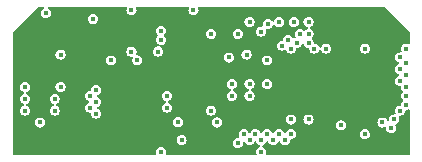
<source format=gbr>
%TF.GenerationSoftware,KiCad,Pcbnew,7.0.8*%
%TF.CreationDate,2023-11-11T12:19:38+10:00*%
%TF.ProjectId,ControllerBoard,436f6e74-726f-46c6-9c65-72426f617264,rev?*%
%TF.SameCoordinates,Original*%
%TF.FileFunction,Copper,L3,Inr*%
%TF.FilePolarity,Positive*%
%FSLAX46Y46*%
G04 Gerber Fmt 4.6, Leading zero omitted, Abs format (unit mm)*
G04 Created by KiCad (PCBNEW 7.0.8) date 2023-11-11 12:19:38*
%MOMM*%
%LPD*%
G01*
G04 APERTURE LIST*
%TA.AperFunction,ViaPad*%
%ADD10C,0.450000*%
%TD*%
G04 APERTURE END LIST*
D10*
%TO.N,VCC*%
X1250000Y-6000000D03*
X2500000Y-3000000D03*
X1250000Y-4000000D03*
X15925000Y-8750000D03*
X15250000Y-2750000D03*
X1250000Y-5000000D03*
X25750000Y-9250000D03*
X7000000Y-2775000D03*
%TO.N,GND*%
X12750000Y-12500000D03*
X13250000Y-7750000D03*
X22750000Y-1500000D03*
X30000000Y-11000000D03*
X30000000Y-3750000D03*
X1250000Y-9000000D03*
X19250000Y-11750000D03*
X1250000Y-8000000D03*
X24000000Y-1500000D03*
X21250000Y-12500000D03*
X4250000Y-4250000D03*
X20250000Y-7750000D03*
X20250000Y-1500000D03*
X12500000Y-4000000D03*
X17000000Y-2500000D03*
X8500000Y-4750000D03*
X2500000Y-10000000D03*
X25250000Y-2500000D03*
X3750000Y-8000000D03*
X25250000Y-3250000D03*
X7000000Y-1225000D03*
X32250000Y-10500000D03*
X14500000Y-11500000D03*
X14197000Y-9988548D03*
X33500000Y-3750000D03*
X20250000Y-6750000D03*
X3750000Y-9000000D03*
X10250000Y-4000000D03*
X1250000Y-7000000D03*
X13250000Y-8750000D03*
X26750000Y-3750000D03*
X25750000Y-3750000D03*
X18750000Y-7750000D03*
X23750000Y-11000000D03*
X21800000Y-1650000D03*
X18750000Y-6750000D03*
X3000000Y-750000D03*
X25250000Y-9750000D03*
X10250000Y-500000D03*
X21750000Y-4750000D03*
X20000000Y-4250000D03*
X21750000Y-6750000D03*
X25250000Y-1500000D03*
X17000000Y-9000000D03*
X17500000Y-10000000D03*
X15500000Y-500000D03*
X18500000Y-4500000D03*
%TO.N,/Microcontroller/DEC3*%
X19250000Y-2500000D03*
%TO.N,/Connectors/ROW0*%
X24500000Y-2500000D03*
%TO.N,/Connectors/COL9*%
X32500000Y-9750000D03*
%TO.N,/Connectors/ROW1*%
X24250000Y-3250000D03*
%TO.N,/Connectors/COL10*%
X31500000Y-10000000D03*
%TO.N,/Accelerometer/SDA*%
X12750000Y-2250000D03*
%TO.N,/Accelerometer/SCL*%
X12750000Y-3000000D03*
%TO.N,/Connectors/ROW2*%
X19750000Y-11000000D03*
%TO.N,/Connectors/COL0*%
X33000000Y-4500000D03*
%TO.N,/Connectors/ROW3*%
X20250000Y-11500000D03*
%TO.N,/Connectors/COL1*%
X33500000Y-5000000D03*
%TO.N,/Connectors/ROW4*%
X20750000Y-11000000D03*
%TO.N,/Connectors/COL2*%
X33000000Y-5500000D03*
%TO.N,/Connectors/ROW5*%
X21250000Y-11500000D03*
%TO.N,/Connectors/COL3*%
X33500000Y-6000000D03*
%TO.N,/Connectors/ROW6*%
X21750000Y-11000000D03*
%TO.N,/Connectors/COL4*%
X33000000Y-6500000D03*
%TO.N,/Connectors/ROW7*%
X22250000Y-11500000D03*
%TO.N,/Connectors/COL5*%
X33500000Y-7000000D03*
%TO.N,/Connectors/ROW8*%
X22750000Y-10970714D03*
%TO.N,/Connectors/COL6*%
X33500000Y-7750000D03*
%TO.N,/Connectors/ROW9*%
X23250000Y-11500000D03*
%TO.N,/Connectors/COL7*%
X33500000Y-8500000D03*
%TO.N,/Connectors/COL8*%
X33000000Y-9000000D03*
%TO.N,/Connectors/SWDCLK*%
X23000000Y-3500000D03*
%TO.N,/Connectors/SWDIO*%
X23500000Y-3000000D03*
%TO.N,/Accelerometer/INT1*%
X10750000Y-4750000D03*
X21220714Y-2308572D03*
%TO.N,/Connectors/LED0*%
X7250000Y-7250000D03*
%TO.N,/Connectors/LED1*%
X6750000Y-7750000D03*
%TO.N,/Connectors/LED2*%
X7250000Y-8250000D03*
%TO.N,/Connectors/LED3*%
X6750000Y-8750000D03*
%TO.N,/Connectors/BUTTON*%
X7250000Y-9250000D03*
%TO.N,/Microcontroller/COL10_R*%
X23750000Y-9750000D03*
X28000000Y-10250000D03*
%TO.N,/Microcontroller/RESET*%
X23750000Y-3750000D03*
X4250000Y-7000000D03*
%TD*%
%TA.AperFunction,Conductor*%
%TO.N,VCC*%
G36*
X2787037Y-219407D02*
G01*
X2823001Y-268907D01*
X2823001Y-330093D01*
X2787037Y-379593D01*
X2773798Y-387705D01*
X2746780Y-401472D01*
X2651470Y-496782D01*
X2590282Y-616870D01*
X2590281Y-616872D01*
X2569196Y-749999D01*
X2569196Y-750000D01*
X2590281Y-883127D01*
X2590282Y-883129D01*
X2651470Y-1003217D01*
X2651472Y-1003220D01*
X2746780Y-1098528D01*
X2866874Y-1159719D01*
X3000000Y-1180804D01*
X3133126Y-1159719D01*
X3253220Y-1098528D01*
X3348528Y-1003220D01*
X3409719Y-883126D01*
X3430804Y-750000D01*
X3409719Y-616874D01*
X3348528Y-496780D01*
X3253220Y-401472D01*
X3226207Y-387708D01*
X3182944Y-344445D01*
X3173373Y-284013D01*
X3201151Y-229496D01*
X3255667Y-201719D01*
X3271154Y-200500D01*
X9763499Y-200500D01*
X9821690Y-219407D01*
X9857654Y-268907D01*
X9857654Y-330093D01*
X9851709Y-344444D01*
X9840281Y-366872D01*
X9819196Y-499999D01*
X9819196Y-500000D01*
X9840281Y-633127D01*
X9840282Y-633129D01*
X9899831Y-750000D01*
X9901472Y-753220D01*
X9996780Y-848528D01*
X10116874Y-909719D01*
X10250000Y-930804D01*
X10383126Y-909719D01*
X10503220Y-848528D01*
X10598528Y-753220D01*
X10659719Y-633126D01*
X10680804Y-500000D01*
X10659719Y-366874D01*
X10659718Y-366872D01*
X10648291Y-344444D01*
X10638720Y-284012D01*
X10666498Y-229496D01*
X10721015Y-201719D01*
X10736501Y-200500D01*
X15013499Y-200500D01*
X15071690Y-219407D01*
X15107654Y-268907D01*
X15107654Y-330093D01*
X15101709Y-344444D01*
X15090281Y-366872D01*
X15069196Y-499999D01*
X15069196Y-500000D01*
X15090281Y-633127D01*
X15090282Y-633129D01*
X15149831Y-750000D01*
X15151472Y-753220D01*
X15246780Y-848528D01*
X15366874Y-909719D01*
X15500000Y-930804D01*
X15633126Y-909719D01*
X15753220Y-848528D01*
X15848528Y-753220D01*
X15909719Y-633126D01*
X15930804Y-500000D01*
X15909719Y-366874D01*
X15909718Y-366872D01*
X15898291Y-344444D01*
X15888720Y-284012D01*
X15916498Y-229496D01*
X15971015Y-201719D01*
X15986501Y-200500D01*
X31625943Y-200500D01*
X31684134Y-219407D01*
X31695947Y-229496D01*
X33770504Y-2304053D01*
X33798281Y-2358570D01*
X33799500Y-2374057D01*
X33799500Y-3263499D01*
X33780593Y-3321690D01*
X33731093Y-3357654D01*
X33669907Y-3357654D01*
X33655556Y-3351709D01*
X33633127Y-3340281D01*
X33500000Y-3319196D01*
X33366872Y-3340281D01*
X33366870Y-3340282D01*
X33246782Y-3401470D01*
X33151470Y-3496782D01*
X33090282Y-3616870D01*
X33090281Y-3616872D01*
X33069196Y-3749999D01*
X33069196Y-3750000D01*
X33090281Y-3883127D01*
X33090282Y-3883129D01*
X33113126Y-3927963D01*
X33122698Y-3988395D01*
X33094921Y-4042911D01*
X33040404Y-4070689D01*
X33009433Y-4070690D01*
X33009426Y-4070689D01*
X33007755Y-4070424D01*
X33000000Y-4069196D01*
X32999999Y-4069196D01*
X32866872Y-4090281D01*
X32866870Y-4090282D01*
X32746782Y-4151470D01*
X32651470Y-4246782D01*
X32590282Y-4366870D01*
X32590281Y-4366872D01*
X32569196Y-4499999D01*
X32569196Y-4500000D01*
X32590281Y-4633127D01*
X32590282Y-4633129D01*
X32649831Y-4750000D01*
X32651472Y-4753220D01*
X32746780Y-4848528D01*
X32795940Y-4873576D01*
X32870939Y-4911791D01*
X32914203Y-4955056D01*
X32923774Y-5015488D01*
X32895996Y-5070004D01*
X32870939Y-5088209D01*
X32746781Y-5151471D01*
X32651470Y-5246782D01*
X32590282Y-5366870D01*
X32590281Y-5366872D01*
X32569196Y-5499999D01*
X32569196Y-5500000D01*
X32590281Y-5633127D01*
X32590282Y-5633129D01*
X32651470Y-5753217D01*
X32651472Y-5753220D01*
X32746780Y-5848528D01*
X32795940Y-5873576D01*
X32870939Y-5911791D01*
X32914203Y-5955056D01*
X32923774Y-6015488D01*
X32895996Y-6070004D01*
X32870939Y-6088209D01*
X32746781Y-6151471D01*
X32651470Y-6246782D01*
X32590282Y-6366870D01*
X32590281Y-6366872D01*
X32569196Y-6499999D01*
X32569196Y-6500000D01*
X32590281Y-6633127D01*
X32590282Y-6633129D01*
X32649831Y-6750000D01*
X32651472Y-6753220D01*
X32746780Y-6848528D01*
X32866874Y-6909719D01*
X32988007Y-6928904D01*
X32988692Y-6929013D01*
X33043209Y-6956790D01*
X33070986Y-7011306D01*
X33090281Y-7133127D01*
X33090282Y-7133129D01*
X33149831Y-7250000D01*
X33151472Y-7253220D01*
X33203250Y-7304998D01*
X33231026Y-7359513D01*
X33221455Y-7419945D01*
X33203251Y-7445000D01*
X33163739Y-7484513D01*
X33151470Y-7496782D01*
X33090282Y-7616870D01*
X33090281Y-7616872D01*
X33069196Y-7749999D01*
X33069196Y-7750000D01*
X33090281Y-7883127D01*
X33090282Y-7883129D01*
X33149831Y-8000000D01*
X33151472Y-8003220D01*
X33203250Y-8054998D01*
X33231026Y-8109513D01*
X33221455Y-8169945D01*
X33203251Y-8195000D01*
X33163739Y-8234513D01*
X33151470Y-8246782D01*
X33090282Y-8366870D01*
X33090281Y-8366872D01*
X33070986Y-8488693D01*
X33043208Y-8543209D01*
X32988693Y-8570986D01*
X32866872Y-8590281D01*
X32866870Y-8590282D01*
X32746782Y-8651470D01*
X32651470Y-8746782D01*
X32590282Y-8866870D01*
X32590281Y-8866872D01*
X32569196Y-8999999D01*
X32569196Y-9000000D01*
X32590281Y-9133127D01*
X32590282Y-9133129D01*
X32613126Y-9177963D01*
X32622698Y-9238395D01*
X32594921Y-9292911D01*
X32540404Y-9320689D01*
X32509433Y-9320690D01*
X32509426Y-9320689D01*
X32507755Y-9320424D01*
X32500000Y-9319196D01*
X32499999Y-9319196D01*
X32366872Y-9340281D01*
X32366870Y-9340282D01*
X32246782Y-9401470D01*
X32151470Y-9496782D01*
X32090282Y-9616870D01*
X32090281Y-9616872D01*
X32069196Y-9749999D01*
X32070209Y-9756396D01*
X32060635Y-9816828D01*
X32017369Y-9860091D01*
X31956937Y-9869661D01*
X31902421Y-9841881D01*
X31884219Y-9816828D01*
X31848528Y-9746780D01*
X31753220Y-9651472D01*
X31753217Y-9651470D01*
X31633129Y-9590282D01*
X31633127Y-9590281D01*
X31500000Y-9569196D01*
X31366872Y-9590281D01*
X31366870Y-9590282D01*
X31246782Y-9651470D01*
X31151470Y-9746782D01*
X31090282Y-9866870D01*
X31090281Y-9866872D01*
X31069196Y-9999999D01*
X31069196Y-10000000D01*
X31090281Y-10133127D01*
X31090282Y-10133129D01*
X31149831Y-10250000D01*
X31151472Y-10253220D01*
X31246780Y-10348528D01*
X31366874Y-10409719D01*
X31500000Y-10430804D01*
X31633126Y-10409719D01*
X31677965Y-10386872D01*
X31738393Y-10377301D01*
X31792910Y-10405077D01*
X31820689Y-10459593D01*
X31820690Y-10490565D01*
X31819196Y-10500000D01*
X31840281Y-10633127D01*
X31840282Y-10633129D01*
X31901470Y-10753217D01*
X31901472Y-10753220D01*
X31996780Y-10848528D01*
X32116874Y-10909719D01*
X32250000Y-10930804D01*
X32383126Y-10909719D01*
X32503220Y-10848528D01*
X32598528Y-10753220D01*
X32659719Y-10633126D01*
X32680804Y-10500000D01*
X32659719Y-10366874D01*
X32615386Y-10279867D01*
X32605815Y-10219435D01*
X32633592Y-10164919D01*
X32658644Y-10146716D01*
X32753220Y-10098528D01*
X32848528Y-10003220D01*
X32909719Y-9883126D01*
X32930804Y-9750000D01*
X32909719Y-9616874D01*
X32886872Y-9572035D01*
X32877301Y-9511605D01*
X32905078Y-9457088D01*
X32959594Y-9429310D01*
X32990567Y-9429310D01*
X33000000Y-9430804D01*
X33133126Y-9409719D01*
X33253220Y-9348528D01*
X33348528Y-9253220D01*
X33409719Y-9133126D01*
X33429013Y-9011306D01*
X33456790Y-8956791D01*
X33511306Y-8929013D01*
X33633126Y-8909719D01*
X33655555Y-8898290D01*
X33715985Y-8888719D01*
X33770502Y-8916495D01*
X33798281Y-8971011D01*
X33799500Y-8986500D01*
X33799500Y-12700500D01*
X33780593Y-12758691D01*
X33731093Y-12794655D01*
X33700500Y-12799500D01*
X21736501Y-12799500D01*
X21678310Y-12780593D01*
X21642346Y-12731093D01*
X21642346Y-12669907D01*
X21648291Y-12655556D01*
X21659718Y-12633127D01*
X21659719Y-12633126D01*
X21680804Y-12500000D01*
X21659719Y-12366874D01*
X21598528Y-12246780D01*
X21503220Y-12151472D01*
X21503217Y-12151470D01*
X21379061Y-12088209D01*
X21335796Y-12044945D01*
X21326225Y-11984513D01*
X21354003Y-11929996D01*
X21379061Y-11911791D01*
X21452963Y-11874134D01*
X21503220Y-11848528D01*
X21598528Y-11753220D01*
X21646987Y-11658114D01*
X21661791Y-11629061D01*
X21705055Y-11585796D01*
X21765487Y-11576225D01*
X21820004Y-11604003D01*
X21838209Y-11629061D01*
X21901470Y-11753217D01*
X21901472Y-11753220D01*
X21996780Y-11848528D01*
X22116874Y-11909719D01*
X22250000Y-11930804D01*
X22383126Y-11909719D01*
X22503220Y-11848528D01*
X22598528Y-11753220D01*
X22646987Y-11658114D01*
X22661791Y-11629061D01*
X22705055Y-11585796D01*
X22765487Y-11576225D01*
X22820004Y-11604003D01*
X22838209Y-11629061D01*
X22901470Y-11753217D01*
X22901472Y-11753220D01*
X22996780Y-11848528D01*
X23116874Y-11909719D01*
X23250000Y-11930804D01*
X23383126Y-11909719D01*
X23503220Y-11848528D01*
X23598528Y-11753220D01*
X23659719Y-11633126D01*
X23679013Y-11511306D01*
X23706790Y-11456791D01*
X23761306Y-11429013D01*
X23883126Y-11409719D01*
X24003220Y-11348528D01*
X24098528Y-11253220D01*
X24159719Y-11133126D01*
X24180804Y-11000000D01*
X29569196Y-11000000D01*
X29590281Y-11133127D01*
X29590282Y-11133129D01*
X29651470Y-11253217D01*
X29651472Y-11253220D01*
X29746780Y-11348528D01*
X29866874Y-11409719D01*
X30000000Y-11430804D01*
X30133126Y-11409719D01*
X30253220Y-11348528D01*
X30348528Y-11253220D01*
X30409719Y-11133126D01*
X30430804Y-11000000D01*
X30409719Y-10866874D01*
X30394795Y-10837585D01*
X30348529Y-10746782D01*
X30348528Y-10746780D01*
X30253220Y-10651472D01*
X30253217Y-10651470D01*
X30133129Y-10590282D01*
X30133127Y-10590281D01*
X30000000Y-10569196D01*
X29866872Y-10590281D01*
X29866870Y-10590282D01*
X29746782Y-10651470D01*
X29651470Y-10746782D01*
X29590282Y-10866870D01*
X29590281Y-10866872D01*
X29569196Y-10999999D01*
X29569196Y-11000000D01*
X24180804Y-11000000D01*
X24159719Y-10866874D01*
X24144795Y-10837585D01*
X24098529Y-10746782D01*
X24098528Y-10746780D01*
X24003220Y-10651472D01*
X24003217Y-10651470D01*
X23883129Y-10590282D01*
X23883127Y-10590281D01*
X23750000Y-10569196D01*
X23616872Y-10590281D01*
X23616870Y-10590282D01*
X23496782Y-10651470D01*
X23401471Y-10746781D01*
X23344343Y-10858900D01*
X23301078Y-10902164D01*
X23240646Y-10911735D01*
X23186130Y-10883957D01*
X23161978Y-10844542D01*
X23159717Y-10837582D01*
X23098529Y-10717496D01*
X23098528Y-10717494D01*
X23003220Y-10622186D01*
X23003217Y-10622184D01*
X22883129Y-10560996D01*
X22883127Y-10560995D01*
X22750000Y-10539910D01*
X22616872Y-10560995D01*
X22616870Y-10560996D01*
X22496782Y-10622184D01*
X22401470Y-10717496D01*
X22340281Y-10837585D01*
X22338019Y-10844548D01*
X22302055Y-10894048D01*
X22243864Y-10912954D01*
X22185673Y-10894046D01*
X22155656Y-10858900D01*
X22098528Y-10746780D01*
X22003220Y-10651472D01*
X22003217Y-10651470D01*
X21883129Y-10590282D01*
X21883127Y-10590281D01*
X21750000Y-10569196D01*
X21616872Y-10590281D01*
X21616870Y-10590282D01*
X21496782Y-10651470D01*
X21401471Y-10746781D01*
X21338209Y-10870939D01*
X21294944Y-10914203D01*
X21234512Y-10923774D01*
X21179996Y-10895996D01*
X21161791Y-10870939D01*
X21101809Y-10753220D01*
X21098528Y-10746780D01*
X21003220Y-10651472D01*
X21003217Y-10651470D01*
X20883129Y-10590282D01*
X20883127Y-10590281D01*
X20750000Y-10569196D01*
X20616872Y-10590281D01*
X20616870Y-10590282D01*
X20496782Y-10651470D01*
X20401471Y-10746781D01*
X20338209Y-10870939D01*
X20294944Y-10914203D01*
X20234512Y-10923774D01*
X20179996Y-10895996D01*
X20161791Y-10870939D01*
X20101809Y-10753220D01*
X20098528Y-10746780D01*
X20003220Y-10651472D01*
X20003217Y-10651470D01*
X19883129Y-10590282D01*
X19883127Y-10590281D01*
X19750000Y-10569196D01*
X19616872Y-10590281D01*
X19616870Y-10590282D01*
X19496782Y-10651470D01*
X19401470Y-10746782D01*
X19340282Y-10866870D01*
X19340281Y-10866872D01*
X19319196Y-10999999D01*
X19319196Y-11000000D01*
X19340281Y-11133127D01*
X19340282Y-11133129D01*
X19363126Y-11177963D01*
X19372698Y-11238395D01*
X19344921Y-11292911D01*
X19290404Y-11320689D01*
X19259433Y-11320690D01*
X19259426Y-11320689D01*
X19257755Y-11320424D01*
X19250000Y-11319196D01*
X19249999Y-11319196D01*
X19116872Y-11340281D01*
X19116870Y-11340282D01*
X18996782Y-11401470D01*
X18901470Y-11496782D01*
X18840282Y-11616870D01*
X18840281Y-11616872D01*
X18819196Y-11749999D01*
X18819196Y-11750000D01*
X18840281Y-11883127D01*
X18840282Y-11883129D01*
X18864162Y-11929996D01*
X18901472Y-12003220D01*
X18996780Y-12098528D01*
X19116874Y-12159719D01*
X19250000Y-12180804D01*
X19383126Y-12159719D01*
X19503220Y-12098528D01*
X19598528Y-12003220D01*
X19659719Y-11883126D01*
X19680804Y-11750000D01*
X19679791Y-11743606D01*
X19689361Y-11683176D01*
X19732625Y-11639910D01*
X19793057Y-11630337D01*
X19847574Y-11658114D01*
X19865781Y-11683173D01*
X19901472Y-11753220D01*
X19996780Y-11848528D01*
X20116874Y-11909719D01*
X20250000Y-11930804D01*
X20383126Y-11909719D01*
X20503220Y-11848528D01*
X20598528Y-11753220D01*
X20646987Y-11658114D01*
X20661791Y-11629061D01*
X20705055Y-11585796D01*
X20765487Y-11576225D01*
X20820004Y-11604003D01*
X20838209Y-11629061D01*
X20901470Y-11753217D01*
X20901472Y-11753220D01*
X20996780Y-11848528D01*
X21045940Y-11873576D01*
X21120939Y-11911791D01*
X21164203Y-11955056D01*
X21173774Y-12015488D01*
X21145996Y-12070004D01*
X21120939Y-12088209D01*
X20996781Y-12151471D01*
X20901470Y-12246782D01*
X20840282Y-12366870D01*
X20840281Y-12366872D01*
X20819196Y-12499999D01*
X20819196Y-12500000D01*
X20840281Y-12633127D01*
X20851709Y-12655556D01*
X20861280Y-12715988D01*
X20833502Y-12770504D01*
X20778985Y-12798281D01*
X20763499Y-12799500D01*
X13236501Y-12799500D01*
X13178310Y-12780593D01*
X13142346Y-12731093D01*
X13142346Y-12669907D01*
X13148291Y-12655556D01*
X13159718Y-12633127D01*
X13159719Y-12633126D01*
X13180804Y-12500000D01*
X13159719Y-12366874D01*
X13098528Y-12246780D01*
X13003220Y-12151472D01*
X13003217Y-12151470D01*
X12883129Y-12090282D01*
X12883127Y-12090281D01*
X12750000Y-12069196D01*
X12616872Y-12090281D01*
X12616870Y-12090282D01*
X12496782Y-12151470D01*
X12401470Y-12246782D01*
X12340282Y-12366870D01*
X12340281Y-12366872D01*
X12319196Y-12499999D01*
X12319196Y-12500000D01*
X12340281Y-12633127D01*
X12351709Y-12655556D01*
X12361280Y-12715988D01*
X12333502Y-12770504D01*
X12278985Y-12798281D01*
X12263499Y-12799500D01*
X299500Y-12799500D01*
X241309Y-12780593D01*
X205345Y-12731093D01*
X200500Y-12700500D01*
X200500Y-11500000D01*
X14069196Y-11500000D01*
X14090281Y-11633127D01*
X14090282Y-11633129D01*
X14151470Y-11753217D01*
X14151472Y-11753220D01*
X14246780Y-11848528D01*
X14366874Y-11909719D01*
X14500000Y-11930804D01*
X14633126Y-11909719D01*
X14753220Y-11848528D01*
X14848528Y-11753220D01*
X14909719Y-11633126D01*
X14930804Y-11500000D01*
X14909719Y-11366874D01*
X14848528Y-11246780D01*
X14753220Y-11151472D01*
X14753217Y-11151470D01*
X14633129Y-11090282D01*
X14633127Y-11090281D01*
X14500000Y-11069196D01*
X14366872Y-11090281D01*
X14366870Y-11090282D01*
X14246782Y-11151470D01*
X14151470Y-11246782D01*
X14090282Y-11366870D01*
X14090281Y-11366872D01*
X14069196Y-11499999D01*
X14069196Y-11500000D01*
X200500Y-11500000D01*
X200500Y-10000000D01*
X2069196Y-10000000D01*
X2090281Y-10133127D01*
X2090282Y-10133129D01*
X2149831Y-10250000D01*
X2151472Y-10253220D01*
X2246780Y-10348528D01*
X2366874Y-10409719D01*
X2500000Y-10430804D01*
X2633126Y-10409719D01*
X2753220Y-10348528D01*
X2848528Y-10253220D01*
X2909719Y-10133126D01*
X2930804Y-10000000D01*
X2928990Y-9988548D01*
X13766196Y-9988548D01*
X13787281Y-10121675D01*
X13787282Y-10121677D01*
X13848470Y-10241765D01*
X13848472Y-10241768D01*
X13943780Y-10337076D01*
X14063874Y-10398267D01*
X14197000Y-10419352D01*
X14330126Y-10398267D01*
X14450220Y-10337076D01*
X14545528Y-10241768D01*
X14606719Y-10121674D01*
X14625990Y-10000000D01*
X17069196Y-10000000D01*
X17090281Y-10133127D01*
X17090282Y-10133129D01*
X17149831Y-10250000D01*
X17151472Y-10253220D01*
X17246780Y-10348528D01*
X17366874Y-10409719D01*
X17500000Y-10430804D01*
X17633126Y-10409719D01*
X17753220Y-10348528D01*
X17848528Y-10253220D01*
X17850169Y-10250000D01*
X27569196Y-10250000D01*
X27590281Y-10383127D01*
X27590282Y-10383129D01*
X27649831Y-10500000D01*
X27651472Y-10503220D01*
X27746780Y-10598528D01*
X27866874Y-10659719D01*
X28000000Y-10680804D01*
X28133126Y-10659719D01*
X28253220Y-10598528D01*
X28348528Y-10503220D01*
X28409719Y-10383126D01*
X28430804Y-10250000D01*
X28409719Y-10116874D01*
X28348528Y-9996780D01*
X28253220Y-9901472D01*
X28253217Y-9901470D01*
X28133129Y-9840282D01*
X28133127Y-9840281D01*
X28000000Y-9819196D01*
X27866872Y-9840281D01*
X27866870Y-9840282D01*
X27746782Y-9901470D01*
X27651470Y-9996782D01*
X27590282Y-10116870D01*
X27590281Y-10116872D01*
X27569196Y-10249999D01*
X27569196Y-10250000D01*
X17850169Y-10250000D01*
X17909719Y-10133126D01*
X17930804Y-10000000D01*
X17909719Y-9866874D01*
X17850169Y-9750000D01*
X23319196Y-9750000D01*
X23340281Y-9883127D01*
X23340282Y-9883129D01*
X23399831Y-10000000D01*
X23401472Y-10003220D01*
X23496780Y-10098528D01*
X23616874Y-10159719D01*
X23750000Y-10180804D01*
X23883126Y-10159719D01*
X24003220Y-10098528D01*
X24098528Y-10003220D01*
X24159719Y-9883126D01*
X24180804Y-9750000D01*
X24819196Y-9750000D01*
X24840281Y-9883127D01*
X24840282Y-9883129D01*
X24899831Y-10000000D01*
X24901472Y-10003220D01*
X24996780Y-10098528D01*
X25116874Y-10159719D01*
X25250000Y-10180804D01*
X25383126Y-10159719D01*
X25503220Y-10098528D01*
X25598528Y-10003220D01*
X25659719Y-9883126D01*
X25680804Y-9750000D01*
X25659719Y-9616874D01*
X25598528Y-9496780D01*
X25503220Y-9401472D01*
X25503217Y-9401470D01*
X25383129Y-9340282D01*
X25383127Y-9340281D01*
X25250000Y-9319196D01*
X25116872Y-9340281D01*
X25116870Y-9340282D01*
X24996782Y-9401470D01*
X24901470Y-9496782D01*
X24840282Y-9616870D01*
X24840281Y-9616872D01*
X24819196Y-9749999D01*
X24819196Y-9750000D01*
X24180804Y-9750000D01*
X24159719Y-9616874D01*
X24098528Y-9496780D01*
X24003220Y-9401472D01*
X24003217Y-9401470D01*
X23883129Y-9340282D01*
X23883127Y-9340281D01*
X23750000Y-9319196D01*
X23616872Y-9340281D01*
X23616870Y-9340282D01*
X23496782Y-9401470D01*
X23401470Y-9496782D01*
X23340282Y-9616870D01*
X23340281Y-9616872D01*
X23319196Y-9749999D01*
X23319196Y-9750000D01*
X17850169Y-9750000D01*
X17848528Y-9746780D01*
X17753220Y-9651472D01*
X17753217Y-9651470D01*
X17633129Y-9590282D01*
X17633127Y-9590281D01*
X17500000Y-9569196D01*
X17366872Y-9590281D01*
X17366870Y-9590282D01*
X17246782Y-9651470D01*
X17151470Y-9746782D01*
X17090282Y-9866870D01*
X17090281Y-9866872D01*
X17069196Y-9999999D01*
X17069196Y-10000000D01*
X14625990Y-10000000D01*
X14627804Y-9988548D01*
X14606719Y-9855422D01*
X14545528Y-9735328D01*
X14450220Y-9640020D01*
X14450217Y-9640018D01*
X14330129Y-9578830D01*
X14330127Y-9578829D01*
X14197000Y-9557744D01*
X14063872Y-9578829D01*
X14063870Y-9578830D01*
X13943782Y-9640018D01*
X13848470Y-9735330D01*
X13787282Y-9855418D01*
X13787281Y-9855420D01*
X13766196Y-9988547D01*
X13766196Y-9988548D01*
X2928990Y-9988548D01*
X2909719Y-9866874D01*
X2848528Y-9746780D01*
X2753220Y-9651472D01*
X2753217Y-9651470D01*
X2633129Y-9590282D01*
X2633127Y-9590281D01*
X2500000Y-9569196D01*
X2366872Y-9590281D01*
X2366870Y-9590282D01*
X2246782Y-9651470D01*
X2151470Y-9746782D01*
X2090282Y-9866870D01*
X2090281Y-9866872D01*
X2069196Y-9999999D01*
X2069196Y-10000000D01*
X200500Y-10000000D01*
X200500Y-9000000D01*
X819196Y-9000000D01*
X840281Y-9133127D01*
X840282Y-9133129D01*
X899831Y-9250000D01*
X901472Y-9253220D01*
X996780Y-9348528D01*
X1116874Y-9409719D01*
X1250000Y-9430804D01*
X1383126Y-9409719D01*
X1503220Y-9348528D01*
X1598528Y-9253220D01*
X1659719Y-9133126D01*
X1680804Y-9000000D01*
X3319196Y-9000000D01*
X3340281Y-9133127D01*
X3340282Y-9133129D01*
X3399831Y-9250000D01*
X3401472Y-9253220D01*
X3496780Y-9348528D01*
X3616874Y-9409719D01*
X3750000Y-9430804D01*
X3883126Y-9409719D01*
X4003220Y-9348528D01*
X4098528Y-9253220D01*
X4159719Y-9133126D01*
X4180804Y-9000000D01*
X4159719Y-8866874D01*
X4100169Y-8750000D01*
X6319196Y-8750000D01*
X6340281Y-8883127D01*
X6340282Y-8883129D01*
X6399831Y-9000000D01*
X6401472Y-9003220D01*
X6496780Y-9098528D01*
X6616874Y-9159719D01*
X6732063Y-9177963D01*
X6738692Y-9179013D01*
X6793209Y-9206790D01*
X6820986Y-9261306D01*
X6840281Y-9383127D01*
X6840282Y-9383129D01*
X6901470Y-9503217D01*
X6901472Y-9503220D01*
X6996780Y-9598528D01*
X7116874Y-9659719D01*
X7250000Y-9680804D01*
X7383126Y-9659719D01*
X7503220Y-9598528D01*
X7598528Y-9503220D01*
X7659719Y-9383126D01*
X7680804Y-9250000D01*
X7659719Y-9116874D01*
X7598528Y-8996780D01*
X7503220Y-8901472D01*
X7503217Y-8901470D01*
X7379061Y-8838209D01*
X7335796Y-8794945D01*
X7328678Y-8750000D01*
X12819196Y-8750000D01*
X12840281Y-8883127D01*
X12840282Y-8883129D01*
X12899831Y-9000000D01*
X12901472Y-9003220D01*
X12996780Y-9098528D01*
X13116874Y-9159719D01*
X13250000Y-9180804D01*
X13383126Y-9159719D01*
X13503220Y-9098528D01*
X13598528Y-9003220D01*
X13600169Y-9000000D01*
X16569196Y-9000000D01*
X16590281Y-9133127D01*
X16590282Y-9133129D01*
X16649831Y-9250000D01*
X16651472Y-9253220D01*
X16746780Y-9348528D01*
X16866874Y-9409719D01*
X17000000Y-9430804D01*
X17133126Y-9409719D01*
X17253220Y-9348528D01*
X17348528Y-9253220D01*
X17409719Y-9133126D01*
X17430804Y-9000000D01*
X17409719Y-8866874D01*
X17348528Y-8746780D01*
X17253220Y-8651472D01*
X17253217Y-8651470D01*
X17133129Y-8590282D01*
X17133127Y-8590281D01*
X17000000Y-8569196D01*
X16866872Y-8590281D01*
X16866870Y-8590282D01*
X16746782Y-8651470D01*
X16651470Y-8746782D01*
X16590282Y-8866870D01*
X16590281Y-8866872D01*
X16569196Y-8999999D01*
X16569196Y-9000000D01*
X13600169Y-9000000D01*
X13659719Y-8883126D01*
X13680804Y-8750000D01*
X13659719Y-8616874D01*
X13598528Y-8496780D01*
X13503220Y-8401472D01*
X13503217Y-8401470D01*
X13379061Y-8338209D01*
X13335796Y-8294945D01*
X13326225Y-8234513D01*
X13354003Y-8179996D01*
X13379061Y-8161791D01*
X13467222Y-8116870D01*
X13503220Y-8098528D01*
X13598528Y-8003220D01*
X13659719Y-7883126D01*
X13680804Y-7750000D01*
X18319196Y-7750000D01*
X18340281Y-7883127D01*
X18340282Y-7883129D01*
X18399831Y-8000000D01*
X18401472Y-8003220D01*
X18496780Y-8098528D01*
X18616874Y-8159719D01*
X18750000Y-8180804D01*
X18883126Y-8159719D01*
X19003220Y-8098528D01*
X19098528Y-8003220D01*
X19159719Y-7883126D01*
X19180804Y-7750000D01*
X19819196Y-7750000D01*
X19840281Y-7883127D01*
X19840282Y-7883129D01*
X19899831Y-8000000D01*
X19901472Y-8003220D01*
X19996780Y-8098528D01*
X20116874Y-8159719D01*
X20250000Y-8180804D01*
X20383126Y-8159719D01*
X20503220Y-8098528D01*
X20598528Y-8003220D01*
X20659719Y-7883126D01*
X20680804Y-7750000D01*
X20659719Y-7616874D01*
X20598528Y-7496780D01*
X20503220Y-7401472D01*
X20503217Y-7401470D01*
X20379061Y-7338209D01*
X20335796Y-7294945D01*
X20326225Y-7234513D01*
X20354003Y-7179996D01*
X20379061Y-7161791D01*
X20467222Y-7116870D01*
X20503220Y-7098528D01*
X20598528Y-7003220D01*
X20659719Y-6883126D01*
X20680804Y-6750000D01*
X21319196Y-6750000D01*
X21340281Y-6883127D01*
X21340282Y-6883129D01*
X21399831Y-7000000D01*
X21401472Y-7003220D01*
X21496780Y-7098528D01*
X21616874Y-7159719D01*
X21750000Y-7180804D01*
X21883126Y-7159719D01*
X22003220Y-7098528D01*
X22098528Y-7003220D01*
X22159719Y-6883126D01*
X22180804Y-6750000D01*
X22159719Y-6616874D01*
X22098528Y-6496780D01*
X22003220Y-6401472D01*
X22003217Y-6401470D01*
X21883129Y-6340282D01*
X21883127Y-6340281D01*
X21750000Y-6319196D01*
X21616872Y-6340281D01*
X21616870Y-6340282D01*
X21496782Y-6401470D01*
X21401470Y-6496782D01*
X21340282Y-6616870D01*
X21340281Y-6616872D01*
X21319196Y-6749999D01*
X21319196Y-6750000D01*
X20680804Y-6750000D01*
X20659719Y-6616874D01*
X20598528Y-6496780D01*
X20503220Y-6401472D01*
X20503217Y-6401470D01*
X20383129Y-6340282D01*
X20383127Y-6340281D01*
X20250000Y-6319196D01*
X20116872Y-6340281D01*
X20116870Y-6340282D01*
X19996782Y-6401470D01*
X19901470Y-6496782D01*
X19840282Y-6616870D01*
X19840281Y-6616872D01*
X19819196Y-6749999D01*
X19819196Y-6750000D01*
X19840281Y-6883127D01*
X19840282Y-6883129D01*
X19899831Y-7000000D01*
X19901472Y-7003220D01*
X19996780Y-7098528D01*
X20032778Y-7116870D01*
X20120939Y-7161791D01*
X20164203Y-7205056D01*
X20173774Y-7265488D01*
X20145996Y-7320004D01*
X20120939Y-7338209D01*
X19996781Y-7401471D01*
X19901470Y-7496782D01*
X19840282Y-7616870D01*
X19840281Y-7616872D01*
X19819196Y-7749999D01*
X19819196Y-7750000D01*
X19180804Y-7750000D01*
X19159719Y-7616874D01*
X19098528Y-7496780D01*
X19003220Y-7401472D01*
X19003217Y-7401470D01*
X18879061Y-7338209D01*
X18835796Y-7294945D01*
X18826225Y-7234513D01*
X18854003Y-7179996D01*
X18879061Y-7161791D01*
X18967222Y-7116870D01*
X19003220Y-7098528D01*
X19098528Y-7003220D01*
X19159719Y-6883126D01*
X19180804Y-6750000D01*
X19159719Y-6616874D01*
X19098528Y-6496780D01*
X19003220Y-6401472D01*
X19003217Y-6401470D01*
X18883129Y-6340282D01*
X18883127Y-6340281D01*
X18750000Y-6319196D01*
X18616872Y-6340281D01*
X18616870Y-6340282D01*
X18496782Y-6401470D01*
X18401470Y-6496782D01*
X18340282Y-6616870D01*
X18340281Y-6616872D01*
X18319196Y-6749999D01*
X18319196Y-6750000D01*
X18340281Y-6883127D01*
X18340282Y-6883129D01*
X18399831Y-7000000D01*
X18401472Y-7003220D01*
X18496780Y-7098528D01*
X18532778Y-7116870D01*
X18620939Y-7161791D01*
X18664203Y-7205056D01*
X18673774Y-7265488D01*
X18645996Y-7320004D01*
X18620939Y-7338209D01*
X18496781Y-7401471D01*
X18401470Y-7496782D01*
X18340282Y-7616870D01*
X18340281Y-7616872D01*
X18319196Y-7749999D01*
X18319196Y-7750000D01*
X13680804Y-7750000D01*
X13659719Y-7616874D01*
X13598528Y-7496780D01*
X13503220Y-7401472D01*
X13503217Y-7401470D01*
X13383129Y-7340282D01*
X13383127Y-7340281D01*
X13250000Y-7319196D01*
X13116872Y-7340281D01*
X13116870Y-7340282D01*
X12996782Y-7401470D01*
X12901470Y-7496782D01*
X12840282Y-7616870D01*
X12840281Y-7616872D01*
X12819196Y-7749999D01*
X12819196Y-7750000D01*
X12840281Y-7883127D01*
X12840282Y-7883129D01*
X12899831Y-8000000D01*
X12901472Y-8003220D01*
X12996780Y-8098528D01*
X13032778Y-8116870D01*
X13120939Y-8161791D01*
X13164203Y-8205056D01*
X13173774Y-8265488D01*
X13145996Y-8320004D01*
X13120939Y-8338209D01*
X12996781Y-8401471D01*
X12901470Y-8496782D01*
X12840282Y-8616870D01*
X12840281Y-8616872D01*
X12819196Y-8749999D01*
X12819196Y-8750000D01*
X7328678Y-8750000D01*
X7326225Y-8734513D01*
X7354003Y-8679996D01*
X7379061Y-8661791D01*
X7467222Y-8616870D01*
X7503220Y-8598528D01*
X7598528Y-8503220D01*
X7659719Y-8383126D01*
X7680804Y-8250000D01*
X7659719Y-8116874D01*
X7598528Y-7996780D01*
X7503220Y-7901472D01*
X7503217Y-7901470D01*
X7379061Y-7838209D01*
X7335796Y-7794945D01*
X7326225Y-7734513D01*
X7354003Y-7679996D01*
X7379061Y-7661791D01*
X7467222Y-7616870D01*
X7503220Y-7598528D01*
X7598528Y-7503220D01*
X7659719Y-7383126D01*
X7680804Y-7250000D01*
X7659719Y-7116874D01*
X7598528Y-6996780D01*
X7503220Y-6901472D01*
X7503217Y-6901470D01*
X7383129Y-6840282D01*
X7383127Y-6840281D01*
X7250000Y-6819196D01*
X7116872Y-6840281D01*
X7116870Y-6840282D01*
X6996782Y-6901470D01*
X6901470Y-6996782D01*
X6840282Y-7116870D01*
X6840281Y-7116872D01*
X6820986Y-7238693D01*
X6793208Y-7293209D01*
X6738693Y-7320986D01*
X6616872Y-7340281D01*
X6616870Y-7340282D01*
X6496782Y-7401470D01*
X6401470Y-7496782D01*
X6340282Y-7616870D01*
X6340281Y-7616872D01*
X6319196Y-7749999D01*
X6319196Y-7750000D01*
X6340281Y-7883127D01*
X6340282Y-7883129D01*
X6399831Y-8000000D01*
X6401472Y-8003220D01*
X6496780Y-8098528D01*
X6532778Y-8116870D01*
X6620939Y-8161791D01*
X6664203Y-8205056D01*
X6673774Y-8265488D01*
X6645996Y-8320004D01*
X6620939Y-8338209D01*
X6496781Y-8401471D01*
X6401470Y-8496782D01*
X6340282Y-8616870D01*
X6340281Y-8616872D01*
X6319196Y-8749999D01*
X6319196Y-8750000D01*
X4100169Y-8750000D01*
X4098528Y-8746780D01*
X4003220Y-8651472D01*
X4003217Y-8651470D01*
X3879061Y-8588209D01*
X3835796Y-8544945D01*
X3826225Y-8484513D01*
X3854003Y-8429996D01*
X3879061Y-8411791D01*
X3967222Y-8366870D01*
X4003220Y-8348528D01*
X4098528Y-8253220D01*
X4159719Y-8133126D01*
X4180804Y-8000000D01*
X4159719Y-7866874D01*
X4098528Y-7746780D01*
X4003220Y-7651472D01*
X4003217Y-7651470D01*
X3883129Y-7590282D01*
X3883127Y-7590281D01*
X3750000Y-7569196D01*
X3616872Y-7590281D01*
X3616870Y-7590282D01*
X3496782Y-7651470D01*
X3401470Y-7746782D01*
X3340282Y-7866870D01*
X3340281Y-7866872D01*
X3319196Y-7999999D01*
X3319196Y-8000000D01*
X3340281Y-8133127D01*
X3340282Y-8133129D01*
X3399831Y-8250000D01*
X3401472Y-8253220D01*
X3496780Y-8348528D01*
X3532778Y-8366870D01*
X3620939Y-8411791D01*
X3664203Y-8455056D01*
X3673774Y-8515488D01*
X3645996Y-8570004D01*
X3620939Y-8588209D01*
X3496781Y-8651471D01*
X3401470Y-8746782D01*
X3340282Y-8866870D01*
X3340281Y-8866872D01*
X3319196Y-8999999D01*
X3319196Y-9000000D01*
X1680804Y-9000000D01*
X1659719Y-8866874D01*
X1598528Y-8746780D01*
X1503220Y-8651472D01*
X1503217Y-8651470D01*
X1379061Y-8588209D01*
X1335796Y-8544945D01*
X1326225Y-8484513D01*
X1354003Y-8429996D01*
X1379061Y-8411791D01*
X1467222Y-8366870D01*
X1503220Y-8348528D01*
X1598528Y-8253220D01*
X1659719Y-8133126D01*
X1680804Y-8000000D01*
X1659719Y-7866874D01*
X1598528Y-7746780D01*
X1503220Y-7651472D01*
X1503217Y-7651470D01*
X1379061Y-7588209D01*
X1335796Y-7544945D01*
X1326225Y-7484513D01*
X1354003Y-7429996D01*
X1379061Y-7411791D01*
X1452963Y-7374134D01*
X1503220Y-7348528D01*
X1598528Y-7253220D01*
X1659719Y-7133126D01*
X1680804Y-7000000D01*
X3819196Y-7000000D01*
X3840281Y-7133127D01*
X3840282Y-7133129D01*
X3899831Y-7250000D01*
X3901472Y-7253220D01*
X3996780Y-7348528D01*
X4116874Y-7409719D01*
X4250000Y-7430804D01*
X4383126Y-7409719D01*
X4503220Y-7348528D01*
X4598528Y-7253220D01*
X4659719Y-7133126D01*
X4680804Y-7000000D01*
X4659719Y-6866874D01*
X4598528Y-6746780D01*
X4503220Y-6651472D01*
X4503217Y-6651470D01*
X4383129Y-6590282D01*
X4383127Y-6590281D01*
X4250000Y-6569196D01*
X4116872Y-6590281D01*
X4116870Y-6590282D01*
X3996782Y-6651470D01*
X3901470Y-6746782D01*
X3840282Y-6866870D01*
X3840281Y-6866872D01*
X3819196Y-6999999D01*
X3819196Y-7000000D01*
X1680804Y-7000000D01*
X1659719Y-6866874D01*
X1598528Y-6746780D01*
X1503220Y-6651472D01*
X1503217Y-6651470D01*
X1383129Y-6590282D01*
X1383127Y-6590281D01*
X1250000Y-6569196D01*
X1116872Y-6590281D01*
X1116870Y-6590282D01*
X996782Y-6651470D01*
X901470Y-6746782D01*
X840282Y-6866870D01*
X840281Y-6866872D01*
X819196Y-6999999D01*
X819196Y-7000000D01*
X840281Y-7133127D01*
X840282Y-7133129D01*
X899831Y-7250000D01*
X901472Y-7253220D01*
X996780Y-7348528D01*
X1045940Y-7373576D01*
X1120939Y-7411791D01*
X1164203Y-7455056D01*
X1173774Y-7515488D01*
X1145996Y-7570004D01*
X1120939Y-7588209D01*
X996781Y-7651471D01*
X901470Y-7746782D01*
X840282Y-7866870D01*
X840281Y-7866872D01*
X819196Y-7999999D01*
X819196Y-8000000D01*
X840281Y-8133127D01*
X840282Y-8133129D01*
X899831Y-8250000D01*
X901472Y-8253220D01*
X996780Y-8348528D01*
X1032778Y-8366870D01*
X1120939Y-8411791D01*
X1164203Y-8455056D01*
X1173774Y-8515488D01*
X1145996Y-8570004D01*
X1120939Y-8588209D01*
X996781Y-8651471D01*
X901470Y-8746782D01*
X840282Y-8866870D01*
X840281Y-8866872D01*
X819196Y-8999999D01*
X819196Y-9000000D01*
X200500Y-9000000D01*
X200500Y-4750000D01*
X8069196Y-4750000D01*
X8090281Y-4883127D01*
X8090282Y-4883129D01*
X8107939Y-4917782D01*
X8151472Y-5003220D01*
X8246780Y-5098528D01*
X8366874Y-5159719D01*
X8500000Y-5180804D01*
X8633126Y-5159719D01*
X8753220Y-5098528D01*
X8848528Y-5003220D01*
X8909719Y-4883126D01*
X8930804Y-4750000D01*
X8909719Y-4616874D01*
X8848528Y-4496780D01*
X8753220Y-4401472D01*
X8753217Y-4401470D01*
X8633129Y-4340282D01*
X8633127Y-4340281D01*
X8500000Y-4319196D01*
X8366872Y-4340281D01*
X8366870Y-4340282D01*
X8246782Y-4401470D01*
X8151470Y-4496782D01*
X8090282Y-4616870D01*
X8090281Y-4616872D01*
X8069196Y-4749999D01*
X8069196Y-4750000D01*
X200500Y-4750000D01*
X200500Y-4250000D01*
X3819196Y-4250000D01*
X3840281Y-4383127D01*
X3840282Y-4383129D01*
X3899831Y-4500000D01*
X3901472Y-4503220D01*
X3996780Y-4598528D01*
X4116874Y-4659719D01*
X4250000Y-4680804D01*
X4383126Y-4659719D01*
X4503220Y-4598528D01*
X4598528Y-4503220D01*
X4659719Y-4383126D01*
X4680804Y-4250000D01*
X4659719Y-4116874D01*
X4600169Y-4000000D01*
X9819196Y-4000000D01*
X9840281Y-4133127D01*
X9840282Y-4133129D01*
X9899831Y-4250000D01*
X9901472Y-4253220D01*
X9996780Y-4348528D01*
X10116874Y-4409719D01*
X10250000Y-4430804D01*
X10259429Y-4429310D01*
X10319860Y-4438880D01*
X10363125Y-4482143D01*
X10372699Y-4542575D01*
X10363127Y-4572036D01*
X10340281Y-4616874D01*
X10319196Y-4749999D01*
X10319196Y-4750000D01*
X10340281Y-4883127D01*
X10340282Y-4883129D01*
X10357939Y-4917782D01*
X10401472Y-5003220D01*
X10496780Y-5098528D01*
X10616874Y-5159719D01*
X10750000Y-5180804D01*
X10883126Y-5159719D01*
X11003220Y-5098528D01*
X11098528Y-5003220D01*
X11159719Y-4883126D01*
X11180804Y-4750000D01*
X11159719Y-4616874D01*
X11100169Y-4500000D01*
X18069196Y-4500000D01*
X18090281Y-4633127D01*
X18090282Y-4633129D01*
X18149831Y-4750000D01*
X18151472Y-4753220D01*
X18246780Y-4848528D01*
X18366874Y-4909719D01*
X18500000Y-4930804D01*
X18633126Y-4909719D01*
X18753220Y-4848528D01*
X18848528Y-4753220D01*
X18850169Y-4750000D01*
X21319196Y-4750000D01*
X21340281Y-4883127D01*
X21340282Y-4883129D01*
X21357939Y-4917782D01*
X21401472Y-5003220D01*
X21496780Y-5098528D01*
X21616874Y-5159719D01*
X21750000Y-5180804D01*
X21883126Y-5159719D01*
X22003220Y-5098528D01*
X22098528Y-5003220D01*
X22159719Y-4883126D01*
X22180804Y-4750000D01*
X22159719Y-4616874D01*
X22098528Y-4496780D01*
X22003220Y-4401472D01*
X22003217Y-4401470D01*
X21883129Y-4340282D01*
X21883127Y-4340281D01*
X21750000Y-4319196D01*
X21616872Y-4340281D01*
X21616870Y-4340282D01*
X21496782Y-4401470D01*
X21401470Y-4496782D01*
X21340282Y-4616870D01*
X21340281Y-4616872D01*
X21319196Y-4749999D01*
X21319196Y-4750000D01*
X18850169Y-4750000D01*
X18909719Y-4633126D01*
X18930804Y-4500000D01*
X18909719Y-4366874D01*
X18850169Y-4250000D01*
X19569196Y-4250000D01*
X19590281Y-4383127D01*
X19590282Y-4383129D01*
X19649831Y-4500000D01*
X19651472Y-4503220D01*
X19746780Y-4598528D01*
X19866874Y-4659719D01*
X20000000Y-4680804D01*
X20133126Y-4659719D01*
X20253220Y-4598528D01*
X20348528Y-4503220D01*
X20409719Y-4383126D01*
X20430804Y-4250000D01*
X20409719Y-4116874D01*
X20348528Y-3996780D01*
X20253220Y-3901472D01*
X20253217Y-3901470D01*
X20133129Y-3840282D01*
X20133127Y-3840281D01*
X20000000Y-3819196D01*
X19866872Y-3840281D01*
X19866870Y-3840282D01*
X19746782Y-3901470D01*
X19651470Y-3996782D01*
X19590282Y-4116870D01*
X19590281Y-4116872D01*
X19569196Y-4249999D01*
X19569196Y-4250000D01*
X18850169Y-4250000D01*
X18848528Y-4246780D01*
X18753220Y-4151472D01*
X18753217Y-4151470D01*
X18633129Y-4090282D01*
X18633127Y-4090281D01*
X18500000Y-4069196D01*
X18366872Y-4090281D01*
X18366870Y-4090282D01*
X18246782Y-4151470D01*
X18151470Y-4246782D01*
X18090282Y-4366870D01*
X18090281Y-4366872D01*
X18069196Y-4499999D01*
X18069196Y-4500000D01*
X11100169Y-4500000D01*
X11098528Y-4496780D01*
X11003220Y-4401472D01*
X11003217Y-4401470D01*
X10883129Y-4340282D01*
X10883127Y-4340281D01*
X10750000Y-4319196D01*
X10740565Y-4320690D01*
X10680134Y-4311116D01*
X10636871Y-4267850D01*
X10627301Y-4207417D01*
X10636870Y-4177968D01*
X10659719Y-4133126D01*
X10680804Y-4000000D01*
X12069196Y-4000000D01*
X12090281Y-4133127D01*
X12090282Y-4133129D01*
X12149831Y-4250000D01*
X12151472Y-4253220D01*
X12246780Y-4348528D01*
X12366874Y-4409719D01*
X12500000Y-4430804D01*
X12633126Y-4409719D01*
X12753220Y-4348528D01*
X12848528Y-4253220D01*
X12909719Y-4133126D01*
X12930804Y-4000000D01*
X12909719Y-3866874D01*
X12848528Y-3746780D01*
X12753220Y-3651472D01*
X12683173Y-3615781D01*
X12639909Y-3572516D01*
X12630338Y-3512084D01*
X12636495Y-3500000D01*
X22569196Y-3500000D01*
X22590281Y-3633127D01*
X22590282Y-3633129D01*
X22649831Y-3750000D01*
X22651472Y-3753220D01*
X22746780Y-3848528D01*
X22866874Y-3909719D01*
X23000000Y-3930804D01*
X23133126Y-3909719D01*
X23220132Y-3865386D01*
X23280563Y-3855815D01*
X23335080Y-3883592D01*
X23353286Y-3908651D01*
X23399831Y-4000000D01*
X23401472Y-4003220D01*
X23496780Y-4098528D01*
X23616874Y-4159719D01*
X23750000Y-4180804D01*
X23883126Y-4159719D01*
X24003220Y-4098528D01*
X24098528Y-4003220D01*
X24159719Y-3883126D01*
X24179013Y-3761306D01*
X24206790Y-3706791D01*
X24261306Y-3679013D01*
X24383126Y-3659719D01*
X24503220Y-3598528D01*
X24598528Y-3503220D01*
X24635426Y-3430804D01*
X24661791Y-3379061D01*
X24705055Y-3335796D01*
X24765487Y-3326225D01*
X24820004Y-3354003D01*
X24838209Y-3379061D01*
X24899831Y-3500000D01*
X24901472Y-3503220D01*
X24996780Y-3598528D01*
X25116874Y-3659719D01*
X25238007Y-3678904D01*
X25238692Y-3679013D01*
X25293209Y-3706790D01*
X25320986Y-3761306D01*
X25340281Y-3883127D01*
X25340282Y-3883129D01*
X25399831Y-4000000D01*
X25401472Y-4003220D01*
X25496780Y-4098528D01*
X25616874Y-4159719D01*
X25750000Y-4180804D01*
X25883126Y-4159719D01*
X26003220Y-4098528D01*
X26098528Y-4003220D01*
X26135426Y-3930804D01*
X26161791Y-3879061D01*
X26205055Y-3835796D01*
X26265487Y-3826225D01*
X26320004Y-3854003D01*
X26338209Y-3879061D01*
X26399831Y-4000000D01*
X26401472Y-4003220D01*
X26496780Y-4098528D01*
X26616874Y-4159719D01*
X26750000Y-4180804D01*
X26883126Y-4159719D01*
X27003220Y-4098528D01*
X27098528Y-4003220D01*
X27159719Y-3883126D01*
X27180804Y-3750000D01*
X29569196Y-3750000D01*
X29590281Y-3883127D01*
X29590282Y-3883129D01*
X29649831Y-4000000D01*
X29651472Y-4003220D01*
X29746780Y-4098528D01*
X29866874Y-4159719D01*
X30000000Y-4180804D01*
X30133126Y-4159719D01*
X30253220Y-4098528D01*
X30348528Y-4003220D01*
X30409719Y-3883126D01*
X30430804Y-3750000D01*
X30409719Y-3616874D01*
X30348528Y-3496780D01*
X30253220Y-3401472D01*
X30253217Y-3401470D01*
X30133129Y-3340282D01*
X30133127Y-3340281D01*
X30000000Y-3319196D01*
X29866872Y-3340281D01*
X29866870Y-3340282D01*
X29746782Y-3401470D01*
X29651470Y-3496782D01*
X29590282Y-3616870D01*
X29590281Y-3616872D01*
X29569196Y-3749999D01*
X29569196Y-3750000D01*
X27180804Y-3750000D01*
X27159719Y-3616874D01*
X27098528Y-3496780D01*
X27003220Y-3401472D01*
X27003217Y-3401470D01*
X26883129Y-3340282D01*
X26883127Y-3340281D01*
X26750000Y-3319196D01*
X26616872Y-3340281D01*
X26616870Y-3340282D01*
X26496782Y-3401470D01*
X26401471Y-3496781D01*
X26338209Y-3620939D01*
X26294944Y-3664203D01*
X26234512Y-3673774D01*
X26179996Y-3645996D01*
X26161791Y-3620939D01*
X26121788Y-3542431D01*
X26098528Y-3496780D01*
X26003220Y-3401472D01*
X26003217Y-3401470D01*
X25883129Y-3340282D01*
X25883127Y-3340281D01*
X25761306Y-3320986D01*
X25706790Y-3293208D01*
X25679013Y-3238692D01*
X25667215Y-3164203D01*
X25659719Y-3116874D01*
X25598528Y-2996780D01*
X25546749Y-2945001D01*
X25518974Y-2890487D01*
X25528545Y-2830055D01*
X25546748Y-2804999D01*
X25598528Y-2753220D01*
X25659719Y-2633126D01*
X25680804Y-2500000D01*
X25659719Y-2366874D01*
X25598528Y-2246780D01*
X25503220Y-2151472D01*
X25503217Y-2151470D01*
X25379061Y-2088209D01*
X25335796Y-2044945D01*
X25326225Y-1984513D01*
X25354003Y-1929996D01*
X25379061Y-1911791D01*
X25452963Y-1874134D01*
X25503220Y-1848528D01*
X25598528Y-1753220D01*
X25659719Y-1633126D01*
X25680804Y-1500000D01*
X25659719Y-1366874D01*
X25659718Y-1366872D01*
X25659717Y-1366870D01*
X25598529Y-1246782D01*
X25598528Y-1246780D01*
X25503220Y-1151472D01*
X25503217Y-1151470D01*
X25383129Y-1090282D01*
X25383127Y-1090281D01*
X25250000Y-1069196D01*
X25116872Y-1090281D01*
X25116870Y-1090282D01*
X24996782Y-1151470D01*
X24901470Y-1246782D01*
X24840282Y-1366870D01*
X24840281Y-1366872D01*
X24819196Y-1499999D01*
X24819196Y-1500000D01*
X24840281Y-1633127D01*
X24840282Y-1633129D01*
X24884363Y-1719642D01*
X24901472Y-1753220D01*
X24996780Y-1848528D01*
X25045940Y-1873576D01*
X25120939Y-1911791D01*
X25164203Y-1955056D01*
X25173774Y-2015488D01*
X25145996Y-2070004D01*
X25120939Y-2088209D01*
X24996781Y-2151471D01*
X24996780Y-2151471D01*
X24996780Y-2151472D01*
X24945001Y-2203250D01*
X24890487Y-2231026D01*
X24830055Y-2221455D01*
X24804999Y-2203251D01*
X24753220Y-2151472D01*
X24753217Y-2151470D01*
X24633129Y-2090282D01*
X24633127Y-2090281D01*
X24500000Y-2069196D01*
X24366872Y-2090281D01*
X24366870Y-2090282D01*
X24246782Y-2151470D01*
X24151470Y-2246782D01*
X24090282Y-2366870D01*
X24090281Y-2366872D01*
X24069196Y-2499999D01*
X24069196Y-2500000D01*
X24090281Y-2633126D01*
X24125000Y-2701265D01*
X24134613Y-2720132D01*
X24144184Y-2780564D01*
X24116407Y-2835081D01*
X24091348Y-2853287D01*
X24029867Y-2884613D01*
X23969435Y-2894184D01*
X23914918Y-2866406D01*
X23896714Y-2841351D01*
X23848528Y-2746780D01*
X23753220Y-2651472D01*
X23753217Y-2651470D01*
X23633129Y-2590282D01*
X23633127Y-2590281D01*
X23500000Y-2569196D01*
X23366872Y-2590281D01*
X23366870Y-2590282D01*
X23246782Y-2651470D01*
X23151470Y-2746782D01*
X23090282Y-2866870D01*
X23090281Y-2866872D01*
X23070986Y-2988693D01*
X23043208Y-3043209D01*
X22988693Y-3070986D01*
X22866872Y-3090281D01*
X22866870Y-3090282D01*
X22746782Y-3151470D01*
X22651470Y-3246782D01*
X22590282Y-3366870D01*
X22590281Y-3366872D01*
X22569196Y-3499999D01*
X22569196Y-3500000D01*
X12636495Y-3500000D01*
X12658116Y-3457568D01*
X12712633Y-3429791D01*
X12743604Y-3429791D01*
X12750000Y-3430804D01*
X12883126Y-3409719D01*
X13003220Y-3348528D01*
X13098528Y-3253220D01*
X13159719Y-3133126D01*
X13180804Y-3000000D01*
X13159719Y-2866874D01*
X13098528Y-2746780D01*
X13046749Y-2695001D01*
X13018974Y-2640487D01*
X13028545Y-2580055D01*
X13046748Y-2554999D01*
X13098528Y-2503220D01*
X13100169Y-2500000D01*
X16569196Y-2500000D01*
X16590281Y-2633127D01*
X16590282Y-2633129D01*
X16651470Y-2753217D01*
X16651472Y-2753220D01*
X16746780Y-2848528D01*
X16866874Y-2909719D01*
X17000000Y-2930804D01*
X17133126Y-2909719D01*
X17253220Y-2848528D01*
X17348528Y-2753220D01*
X17409719Y-2633126D01*
X17430804Y-2500000D01*
X18819196Y-2500000D01*
X18840281Y-2633127D01*
X18840282Y-2633129D01*
X18901470Y-2753217D01*
X18901472Y-2753220D01*
X18996780Y-2848528D01*
X19116874Y-2909719D01*
X19250000Y-2930804D01*
X19383126Y-2909719D01*
X19503220Y-2848528D01*
X19598528Y-2753220D01*
X19659719Y-2633126D01*
X19680804Y-2500000D01*
X19659719Y-2366874D01*
X19630013Y-2308572D01*
X20789910Y-2308572D01*
X20810995Y-2441699D01*
X20810996Y-2441701D01*
X20842342Y-2503220D01*
X20872186Y-2561792D01*
X20967494Y-2657100D01*
X21087588Y-2718291D01*
X21220714Y-2739376D01*
X21353840Y-2718291D01*
X21473934Y-2657100D01*
X21569242Y-2561792D01*
X21630433Y-2441698D01*
X21651518Y-2308572D01*
X21632010Y-2185403D01*
X21641581Y-2124972D01*
X21684846Y-2081707D01*
X21745275Y-2072136D01*
X21800000Y-2080804D01*
X21933126Y-2059719D01*
X22053220Y-1998528D01*
X22148528Y-1903220D01*
X22209719Y-1783126D01*
X22211139Y-1774156D01*
X22238914Y-1719642D01*
X22293429Y-1691862D01*
X22353862Y-1701432D01*
X22397128Y-1744695D01*
X22401472Y-1753220D01*
X22496780Y-1848528D01*
X22616874Y-1909719D01*
X22750000Y-1930804D01*
X22883126Y-1909719D01*
X23003220Y-1848528D01*
X23098528Y-1753220D01*
X23159719Y-1633126D01*
X23180804Y-1500000D01*
X23569196Y-1500000D01*
X23590281Y-1633127D01*
X23590282Y-1633129D01*
X23634363Y-1719642D01*
X23651472Y-1753220D01*
X23746780Y-1848528D01*
X23866874Y-1909719D01*
X24000000Y-1930804D01*
X24133126Y-1909719D01*
X24253220Y-1848528D01*
X24348528Y-1753220D01*
X24409719Y-1633126D01*
X24430804Y-1500000D01*
X24409719Y-1366874D01*
X24409718Y-1366872D01*
X24409717Y-1366870D01*
X24348529Y-1246782D01*
X24348528Y-1246780D01*
X24253220Y-1151472D01*
X24253217Y-1151470D01*
X24133129Y-1090282D01*
X24133127Y-1090281D01*
X24000000Y-1069196D01*
X23866872Y-1090281D01*
X23866870Y-1090282D01*
X23746782Y-1151470D01*
X23651470Y-1246782D01*
X23590282Y-1366870D01*
X23590281Y-1366872D01*
X23569196Y-1499999D01*
X23569196Y-1500000D01*
X23180804Y-1500000D01*
X23159719Y-1366874D01*
X23159718Y-1366872D01*
X23159717Y-1366870D01*
X23098529Y-1246782D01*
X23098528Y-1246780D01*
X23003220Y-1151472D01*
X23003217Y-1151470D01*
X22883129Y-1090282D01*
X22883127Y-1090281D01*
X22750000Y-1069196D01*
X22616872Y-1090281D01*
X22616870Y-1090282D01*
X22496782Y-1151470D01*
X22401470Y-1246782D01*
X22340282Y-1366870D01*
X22340281Y-1366871D01*
X22338860Y-1375846D01*
X22311080Y-1430362D01*
X22256563Y-1458138D01*
X22196131Y-1448564D01*
X22152870Y-1405302D01*
X22148529Y-1396782D01*
X22148528Y-1396780D01*
X22053220Y-1301472D01*
X22053217Y-1301470D01*
X21933129Y-1240282D01*
X21933127Y-1240281D01*
X21800000Y-1219196D01*
X21666872Y-1240281D01*
X21666870Y-1240282D01*
X21546782Y-1301470D01*
X21451470Y-1396782D01*
X21390282Y-1516870D01*
X21390281Y-1516872D01*
X21369196Y-1649999D01*
X21369196Y-1650000D01*
X21388703Y-1773167D01*
X21379131Y-1833599D01*
X21335867Y-1876864D01*
X21275435Y-1886434D01*
X21220714Y-1877768D01*
X21087586Y-1898853D01*
X21087584Y-1898854D01*
X20967496Y-1960042D01*
X20872184Y-2055354D01*
X20810996Y-2175442D01*
X20810995Y-2175444D01*
X20789910Y-2308571D01*
X20789910Y-2308572D01*
X19630013Y-2308572D01*
X19598528Y-2246780D01*
X19503220Y-2151472D01*
X19503217Y-2151470D01*
X19383129Y-2090282D01*
X19383127Y-2090281D01*
X19250000Y-2069196D01*
X19116872Y-2090281D01*
X19116870Y-2090282D01*
X18996782Y-2151470D01*
X18901470Y-2246782D01*
X18840282Y-2366870D01*
X18840281Y-2366872D01*
X18819196Y-2499999D01*
X18819196Y-2500000D01*
X17430804Y-2500000D01*
X17409719Y-2366874D01*
X17348528Y-2246780D01*
X17253220Y-2151472D01*
X17253217Y-2151470D01*
X17133129Y-2090282D01*
X17133127Y-2090281D01*
X17000000Y-2069196D01*
X16866872Y-2090281D01*
X16866870Y-2090282D01*
X16746782Y-2151470D01*
X16651470Y-2246782D01*
X16590282Y-2366870D01*
X16590281Y-2366872D01*
X16569196Y-2499999D01*
X16569196Y-2500000D01*
X13100169Y-2500000D01*
X13159719Y-2383126D01*
X13180804Y-2250000D01*
X13179020Y-2238739D01*
X13168996Y-2175446D01*
X13159719Y-2116874D01*
X13159369Y-2116188D01*
X13098529Y-1996782D01*
X13098528Y-1996780D01*
X13003220Y-1901472D01*
X13003217Y-1901470D01*
X12883129Y-1840282D01*
X12883127Y-1840281D01*
X12750000Y-1819196D01*
X12616872Y-1840281D01*
X12616870Y-1840282D01*
X12496782Y-1901470D01*
X12401470Y-1996782D01*
X12340282Y-2116870D01*
X12340281Y-2116872D01*
X12319196Y-2249999D01*
X12319196Y-2250000D01*
X12340281Y-2383127D01*
X12340282Y-2383129D01*
X12399831Y-2500000D01*
X12401472Y-2503220D01*
X12453250Y-2554998D01*
X12481026Y-2609513D01*
X12471455Y-2669945D01*
X12453251Y-2695000D01*
X12408876Y-2739376D01*
X12401470Y-2746782D01*
X12340282Y-2866870D01*
X12340281Y-2866872D01*
X12319196Y-2999999D01*
X12319196Y-3000000D01*
X12340281Y-3133127D01*
X12340282Y-3133129D01*
X12399831Y-3250000D01*
X12401472Y-3253220D01*
X12496780Y-3348528D01*
X12566826Y-3384218D01*
X12610090Y-3427482D01*
X12619661Y-3487914D01*
X12591883Y-3542431D01*
X12537367Y-3570208D01*
X12506396Y-3570209D01*
X12500000Y-3569196D01*
X12499999Y-3569196D01*
X12366872Y-3590281D01*
X12366870Y-3590282D01*
X12246782Y-3651470D01*
X12151470Y-3746782D01*
X12090282Y-3866870D01*
X12090281Y-3866872D01*
X12069196Y-3999999D01*
X12069196Y-4000000D01*
X10680804Y-4000000D01*
X10659719Y-3866874D01*
X10598528Y-3746780D01*
X10503220Y-3651472D01*
X10503217Y-3651470D01*
X10383129Y-3590282D01*
X10383127Y-3590281D01*
X10250000Y-3569196D01*
X10116872Y-3590281D01*
X10116870Y-3590282D01*
X9996782Y-3651470D01*
X9901470Y-3746782D01*
X9840282Y-3866870D01*
X9840281Y-3866872D01*
X9819196Y-3999999D01*
X9819196Y-4000000D01*
X4600169Y-4000000D01*
X4598528Y-3996780D01*
X4503220Y-3901472D01*
X4503217Y-3901470D01*
X4383129Y-3840282D01*
X4383127Y-3840281D01*
X4250000Y-3819196D01*
X4116872Y-3840281D01*
X4116870Y-3840282D01*
X3996782Y-3901470D01*
X3901470Y-3996782D01*
X3840282Y-4116870D01*
X3840281Y-4116872D01*
X3819196Y-4249999D01*
X3819196Y-4250000D01*
X200500Y-4250000D01*
X200500Y-2374057D01*
X219407Y-2315866D01*
X229496Y-2304053D01*
X1308550Y-1225000D01*
X6569196Y-1225000D01*
X6590281Y-1358127D01*
X6590282Y-1358129D01*
X6651470Y-1478217D01*
X6651472Y-1478220D01*
X6746780Y-1573528D01*
X6746782Y-1573529D01*
X6863749Y-1633127D01*
X6866874Y-1634719D01*
X7000000Y-1655804D01*
X7133126Y-1634719D01*
X7253220Y-1573528D01*
X7326748Y-1500000D01*
X19819196Y-1500000D01*
X19840281Y-1633127D01*
X19840282Y-1633129D01*
X19884363Y-1719642D01*
X19901472Y-1753220D01*
X19996780Y-1848528D01*
X20116874Y-1909719D01*
X20250000Y-1930804D01*
X20383126Y-1909719D01*
X20503220Y-1848528D01*
X20598528Y-1753220D01*
X20659719Y-1633126D01*
X20680804Y-1500000D01*
X20659719Y-1366874D01*
X20659718Y-1366872D01*
X20659717Y-1366870D01*
X20598529Y-1246782D01*
X20598528Y-1246780D01*
X20503220Y-1151472D01*
X20503217Y-1151470D01*
X20383129Y-1090282D01*
X20383127Y-1090281D01*
X20250000Y-1069196D01*
X20116872Y-1090281D01*
X20116870Y-1090282D01*
X19996782Y-1151470D01*
X19901470Y-1246782D01*
X19840282Y-1366870D01*
X19840281Y-1366872D01*
X19819196Y-1499999D01*
X19819196Y-1500000D01*
X7326748Y-1500000D01*
X7348528Y-1478220D01*
X7409719Y-1358126D01*
X7430804Y-1225000D01*
X7409719Y-1091874D01*
X7348528Y-971780D01*
X7253220Y-876472D01*
X7253217Y-876470D01*
X7133129Y-815282D01*
X7133127Y-815281D01*
X7000000Y-794196D01*
X6866872Y-815281D01*
X6866870Y-815282D01*
X6746782Y-876470D01*
X6651470Y-971782D01*
X6590282Y-1091870D01*
X6590281Y-1091872D01*
X6569196Y-1224999D01*
X6569196Y-1225000D01*
X1308550Y-1225000D01*
X2304054Y-229496D01*
X2358571Y-201719D01*
X2374058Y-200500D01*
X2728846Y-200500D01*
X2787037Y-219407D01*
G37*
%TD.AperFunction*%
%TD*%
M02*

</source>
